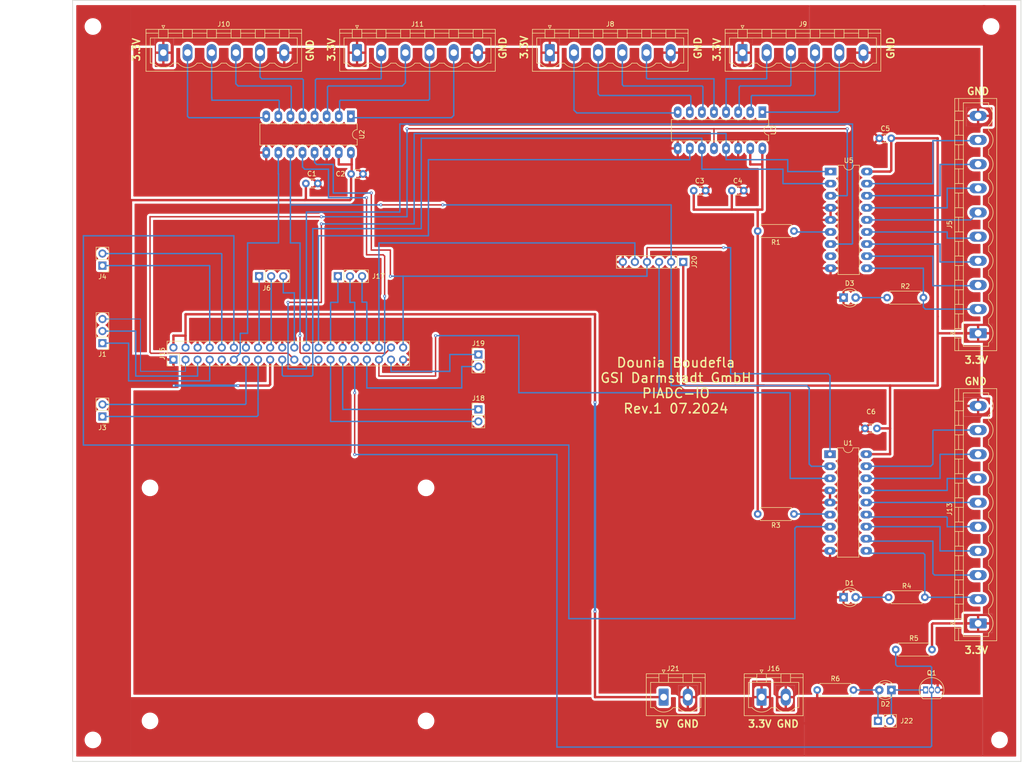
<source format=kicad_pcb>
(kicad_pcb (version 20240108) (generator "pcbnew") (generator_version "8.0")
  (title_block (title "PiADC-IO") (rev "1") (company "GSI") (comment 1 "Dounia Boudefla"))
  (layers (0 "F.Cu" signal) (31 "B.Cu" signal) (34 "B.Paste" user) (35 "F.Paste" user) (36 "B.SilkS" user "B.Silkscreen") (37 "F.SilkS" user "F.Silkscreen") (38 "B.Mask" user) (39 "F.Mask" user) (44 "Edge.Cuts" user))
  (net 0 "")
  (net 1 "Net-(U1-~RESET)")
  (net 2 "+3.3V")
  (net 3 "Net-(U5-~RESET)")
  (net 4 "Net-(J15-Pin_31)")
  (net 5 "GND")
  (net 6 "/MOSI 0")
  (net 7 "/MISO 0")
  (net 8 "/SCLK 0")
  (net 10 "/CS 0_0")
  (net 11 "/MISO 1")
  (net 12 "Net-(J13-Pin_3)")
  (net 13 "/MOSI 1")
  (net 14 "unconnected-(U1-INT-Pad8)")
  (net 15 "Net-(J13-Pin_5)")
  (net 16 "Net-(J13-Pin_2)")
  (net 17 "Net-(J13-Pin_7)")
  (net 18 "Net-(J13-Pin_4)")
  (net 19 "/SCLK 1")
  (net 20 "Net-(J13-Pin_6)")
  (net 21 "Net-(J11-Pin_3)")
  (net 22 "Net-(J11-Pin_4)")
  (net 23 "Net-(J10-Pin_2)")
  (net 24 "Net-(J10-Pin_4)")
  (net 25 "Net-(J11-Pin_2)")
  (net 26 "/CS 1_1")
  (net 27 "Net-(J10-Pin_5)")
  (net 28 "Net-(J11-Pin_5)")
  (net 29 "Net-(J10-Pin_3)")
  (net 30 "Net-(J8-Pin_2)")
  (net 31 "/CS 0_1")
  (net 32 "Net-(J8-Pin_3)")
  (net 33 "Net-(J8-Pin_5)")
  (net 34 "Net-(J9-Pin_2)")
  (net 35 "Net-(J9-Pin_5)")
  (net 36 "Net-(J9-Pin_4)")
  (net 37 "Net-(J8-Pin_4)")
  (net 38 "Net-(J9-Pin_3)")
  (net 39 "Net-(J1-Pin_3)")
  (net 40 "Net-(J1-Pin_1)")
  (net 41 "Net-(J1-Pin_2)")
  (net 42 "Net-(J15-Pin_15)")
  (net 43 "Net-(J15-Pin_13)")
  (net 44 "Net-(J15-Pin_8)")
  (net 45 "Net-(J15-Pin_10)")
  (net 46 "Net-(J15-Pin_22)")
  (net 47 "Net-(J15-Pin_18)")
  (net 48 "Net-(J15-Pin_16)")
  (net 49 "Net-(J15-Pin_29)")
  (net 50 "Net-(J15-Pin_32)")
  (net 51 "Net-(J15-Pin_27)")
  (net 52 "Net-(J15-Pin_33)")
  (net 53 "+5V")
  (net 54 "Net-(J15-Pin_34)")
  (net 55 "Net-(J15-Pin_28)")
  (net 56 "Net-(J15-Pin_37)")
  (net 57 "Net-(J13-Pin_8)")
  (net 58 "Net-(D2-K)")
  (net 59 "Net-(D2-A)")
  (net 60 "/CS 1_0")
  (net 61 "/CS 1_2")
  (net 62 "Net-(D1-A)")
  (net 63 "Net-(D3-A)")
  (net 64 "Net-(J5-Pin_2)")
  (net 65 "Net-(J13-Pin_9)")
  (net 66 "Net-(J5-Pin_8)")
  (net 67 "Net-(J5-Pin_4)")
  (net 68 "Net-(J5-Pin_5)")
  (net 69 "Net-(J5-Pin_3)")
  (net 70 "Net-(J5-Pin_7)")
  (net 71 "Net-(J5-Pin_6)")
  (net 72 "Net-(J5-Pin_9)")
  (footprint "Capacitor_THT:C_Disc_D3.0mm_W1.6mm_P2.50mm" (layer "F.Cu") (at 79.75 52.5)
    (property "Reference" "C1")
    (property "Value" "10nF")
  )
  (footprint "Connector_PinHeader_2.54mm:PinHeader_1x02_P2.54mm_Vertical" (layer "F.Cu") (at 199.96 165.5 90)
    (property "Reference" "J22")
    (property "Value" "Conn_01x02")
  )
  (footprint "Connector_PinHeader_2.54mm:PinHeader_1x03_P2.54mm_Vertical" (layer "F.Cu") (at 37 86.08 180)
    (property "Reference" "J1")
    (property "Value" "Conn_01x03")
  )
  (footprint "Resistor_THT:R_Axial_DIN0207_L6.3mm_D2.5mm_P7.62mm_Horizontal" (layer "F.Cu") (at 203.69 150.5)
    (property "Reference" "R5")
    (property "Value" "4.7K")
  )
  (footprint "Connector_Phoenix_MSTB:PhoenixContact_MSTBVA_2,5_2-G-5,08_1x02_P5.08mm_Vertical" (layer "F.Cu") (at 154.92 160.5)
    (property "Reference" "J21")
    (property "Value" "5V ")
  )
  (footprint "Connector_Phoenix_MSTB:PhoenixContact_MSTBVA_2,5_10-G-5,08_1x10_P5.08mm_Vertical" (layer "F.Cu") (at 221 84 90)
    (property "Reference" "J5")
    (property "Value" "Conn_01x10")
  )
  (footprint "Connector_Phoenix_MSTB:PhoenixContact_MSTBVA_2,5_6-G-5,08_1x06_P5.08mm_Vertical" (layer "F.Cu") (at 131 25)
    (property "Reference" "J8")
    (property "Value" "Conn_01x06")
  )
  (footprint "Connector_PinHeader_2.54mm:PinHeader_1x02_P2.54mm_Vertical" (layer "F.Cu") (at 116 88.46)
    (property "Reference" "J19")
    (property "Value" "Conn_01x02")
  )
  (footprint "Connector_Phoenix_MSTB:PhoenixContact_MSTBVA_2,5_6-G-5,08_1x06_P5.08mm_Vertical" (layer "F.Cu") (at 90.5 25)
    (property "Reference" "J11")
    (property "Value" "Conn_01x06")
  )
  (footprint "MountingHole:MountingHole_3mm" (layer "F.Cu") (at 225.5 169.5)
    (property "Reference" "H4" (hide yes))
    (property "Value" "MountingHole")
  )
  (footprint "Capacitor_THT:C_Disc_D3.0mm_W1.6mm_P2.50mm" (layer "F.Cu") (at 197.25 104)
    (property "Reference" "C6")
    (property "Value" "100nF")
  )
  (footprint "Connector_PinHeader_2.54mm:PinHeader_1x03_P2.54mm_Vertical" (layer "F.Cu") (at 69.92 72 90)
    (property "Reference" "J6")
    (property "Value" "Conn_01x03")
  )
  (footprint "PiADC-IO:raspberrypi_NOCONNECTOR" (layer "F.Cu") (at 76 116.5)
    (property "Reference" "J2")
    (property "Value" "Raspberry_Pi_2_3")
  )
  (footprint "Resistor_THT:R_Axial_DIN0207_L6.3mm_D2.5mm_P7.62mm_Horizontal" (layer "F.Cu") (at 202.19 139.5)
    (property "Reference" "R4")
    (property "Value" "470R")
  )
  (footprint "MountingHole:MountingHole_3mm" (layer "F.Cu") (at 35 19.5)
    (property "Reference" "H2" (hide yes))
    (property "Value" "MountingHole")
  )
  (footprint "Resistor_THT:R_Axial_DIN0207_L6.3mm_D2.5mm_P7.62mm_Horizontal" (layer "F.Cu") (at 182.31 62.5 180)
    (property "Reference" "R1")
    (property "Value" "4.7K")
  )
  (footprint "Connector_PinHeader_2.54mm:PinHeader_1x02_P2.54mm_Vertical" (layer "F.Cu") (at 37 101.5 180)
    (property "Reference" "J3")
    (property "Value" "Conn_01x02")
  )
  (footprint "Connector_Phoenix_MSTB:PhoenixContact_MSTBVA_2,5_2-G-5,08_1x02_P5.08mm_Vertical" (layer "F.Cu") (at 175.5 160.5)
    (property "Reference" "J16")
    (property "Value" "Raspberry Pi USB Power")
  )
  (footprint "Connector_PinHeader_2.54mm:PinHeader_1x02_P2.54mm_Vertical" (layer "F.Cu") (at 116 100)
    (property "Reference" "J18")
    (property "Value" "Conn_01x02")
  )
  (footprint "Connector_PinHeader_2.54mm:PinHeader_1x03_P2.54mm_Vertical" (layer "F.Cu") (at 86.475 72 90)
    (property "Reference" "J17")
    (property "Value" "Conn_01x03")
  )
  (footprint "Package_DIP:DIP-16_W7.62mm_LongPads" (layer "F.Cu") (at 175.66 37.5 -90)
    (property "Reference" "U3")
    (property "Value" "MCP3208-ADC")
  )
  (footprint "Connector_Phoenix_MSTB:PhoenixContact_MSTBVA_2,5_6-G-5,08_1x06_P5.08mm_Vertical" (layer "F.Cu") (at 49.8 25)
    (property "Reference" "J10")
    (property "Value" "Conn_01x06")
  )
  (footprint "Connector_Phoenix_MSTB:PhoenixContact_MSTBVA_2,5_6-G-5,08_1x06_P5.08mm_Vertical" (layer "F.Cu") (at 171.5 25)
    (property "Reference" "J9")
    (property "Value" "Conn_01x06")
  )
  (footprint "Package_DIP:DIP-18_W7.62mm_LongPads" (layer "F.Cu") (at 189.88 109.42)
    (property "Reference" "U1")
    (property "Value" "MCP23S08-I/O Expander")
  )
  (footprint "Capacitor_THT:C_Disc_D3.0mm_W1.6mm_P2.50mm" (layer "F.Cu") (at 89.25 50.5)
    (property "Reference" "C2")
    (property "Value" "100nF")
  )
  (footprint "Connector_PinHeader_2.54mm:PinHeader_1x06_P2.54mm_Vertical" (layer "F.Cu") (at 159.04 69 -90)
    (property "Reference" "J20")
    (property "Value" "Conn_01x06")
  )
  (footprint "MountingHole:MountingHole_3mm" (layer "F.Cu") (at 35 169.5)
    (property "Reference" "H3" (hide yes))
    (property "Value" "MountingHole")
  )
  (footprint "Connector_PinHeader_2.54mm:PinHeader_1x02_P2.54mm_Vertical" (layer "F.Cu") (at 37 69.775 180)
    (property "Reference" "J4")
    (property "Value" "Conn_01x02")
  )
  (footprint "Connector_Phoenix_MSTB:PhoenixContact_MSTBVA_2,5_10-G-5,08_1x10_P5.08mm_Vertical" (layer "F.Cu") (at 221 145 90)
    (property "Reference" "J13")
    (property "Value" "Conn_01x10")
  )
  (footprint "Resistor_THT:R_Axial_DIN0207_L6.3mm_D2.5mm_P7.62mm_Horizontal" (layer "F.Cu") (at 201.88 76.5)
    (property "Reference" "R2")
    (property "Value" "470R")
  )
  (footprint "Connector_PinHeader_2.54mm:PinHeader_2x20_P2.54mm_Vertical" (layer "F.Cu") (at 51.92 89.54 90)
    (property "Reference" "J15")
    (property "Value" "RPI conn")
  )
  (footprint "Capacitor_THT:C_Disc_D3.0mm_W1.6mm_P2.50mm" (layer "F.Cu") (at 161.25 54)
    (property "Reference" "C3")
    (property "Value" "10nF")
  )
  (footprint "MountingHole:MountingHole_3mm" (layer "F.Cu") (at 223.725 19.5)
    (property "Reference" "H1" (hide yes))
    (property "Value" "MountingHole")
  )
  (footprint "Capacitor_THT:C_Disc_D3.0mm_W1.6mm_P2.50mm" (layer "F.Cu") (at 200.25 43)
    (property "Reference" "C5")
    (property "Value" "100nF")
  )
  (footprint "Resistor_THT:R_Axial_DIN0207_L6.3mm_D2.5mm_P7.62mm_Horizontal" (layer "F.Cu") (at 187.19 159)
    (property "Reference" "R6")
    (property "Value" "470R")
  )
  (footprint "LED_THT:LED_D3.0mm" (layer "F.Cu") (at 192.725 139.5)
    (property "Reference" "D1")
    (property "Value" "LED Red")
  )
  (footprint "LED_THT:LED_D3.0mm" (layer "F.Cu") (at 202.775 159 180)
    (property "Reference" "D2")
    (property "Value" "LED Red")
  )
  (footprint "Package_DIP:DIP-18_W7.62mm_LongPads" (layer "F.Cu") (at 190 50)
    (property "Reference" "U5")
    (property "Value" "MCP23S08-I/O Expander")
  )
  (footprint "Package_DIP:DIP-16_W7.62mm_LongPads" (layer "F.Cu") (at 89.2 38.38 -90)
    (property "Reference" "U2")
    (property "Value" "MCP3208-ADC")
  )
  (footprint "Capacitor_THT:C_Disc_D3.0mm_W1.6mm_P2.50mm" (layer "F.Cu") (at 169.25 54)
    (property "Reference" "C4")
    (property "Value" "100nF")
  )
  (footprint "Package_TO_SOT_THT:TO-92_Inline" (layer "F.Cu") (at 209.96 159)
    (property "Reference" "Q1")
    (property "Value" "BS170")
  )
  (footprint "LED_THT:LED_D3.0mm" (layer "F.Cu") (at 192.725 76.5)
    (property "Reference" "D3")
    (property "Value" "LED Red")
  )
  (footprint "Resistor_THT:R_Axial_DIN0207_L6.3mm_D2.5mm_P7.62mm_Horizontal" (layer "F.Cu") (at 182.31 122 180)
    (property "Reference" "R3")
    (property "Value" "4.7K")
  )
  (gr_line (start 30.737 14) (end 30.737 174.02) (stroke (width 0.15)) (layer "Edge.Cuts"))
  (gr_line (start 230 14) (end 30.737 14) (stroke (width 0.15)) (layer "Edge.Cuts"))
  (gr_line (start 230 174.02) (end 230 14) (stroke (width 0.15)) (layer "Edge.Cuts"))
  (gr_line (start 30.737 174.02) (end 230 174.02) (stroke (width 0.15)) (layer "Edge.Cuts"))
  (gr_text "3.3V\n" (at 218 151.5 0) (layer "F.SilkS") (effects (font (size 1.5 1.5) (thickness 0.3) (bold yes)) (justify left bottom)))
  (gr_text "5V\n" (at 153 167 0) (layer "F.SilkS") (effects (font (size 1.5 1.5) (thickness 0.3) (bold yes)) (justify left bottom)))
  (gr_text "GND" (at 122 26.5 90) (layer "F.SilkS") (effects (font (size 1.5 1.5) (thickness 0.3) (bold yes)) (justify left bottom)))
  (gr_text "GND" (at 81.5 27 90) (layer "F.SilkS") (effects (font (size 1.5 1.5) (thickness 0.3) (bold yes)) (justify left bottom)))
  (gr_text "3.3V\n" (at 45 27 90) (layer "F.SilkS") (effects (font (size 1.5 1.5) (thickness 0.3) (bold yes)) (justify left bottom)))
  (gr_text "GND" (at 218.5 34 0) (layer "F.SilkS") (effects (font (size 1.5 1.5) (thickness 0.3) (bold yes)) (justify left bottom)))
  (gr_text "GND" (at 218 95 0) (layer "F.SilkS") (effects (font (size 1.5 1.5) (thickness 0.3) (bold yes)) (justify left bottom)))
  (gr_text "3.3V\n" (at 86 27 90) (layer "F.SilkS") (effects (font (size 1.5 1.5) (thickness 0.3) (bold yes)) (justify left bottom)))
  (gr_text "3.3V\n" (at 172.5 167 0) (layer "F.SilkS") (effects (font (size 1.5 1.5) (thickness 0.3) (bold yes)) (justify left bottom)))
  (gr_text "Dounia Boudefla\nGSI Darmstadt GmbH\nPIADC-IO\nRev.1 07.2024\n" (at 157.5 95 0) (layer "F.SilkS") (effects (font (size 2 2) (thickness 0.3))))
  (gr_text "3.3V\n" (at 218 90.5 0) (layer "F.SilkS") (effects (font (size 1.5 1.5) (thickness 0.3) (bold yes)) (justify left bottom)))
  (gr_text "3.3V\n" (at 167 27 90) (layer "F.SilkS") (effects (font (size 1.5 1.5) (thickness 0.3) (bold yes)) (justify left bottom)))
  (gr_text "GND" (at 163 26.5 90) (layer "F.SilkS") (effects (font (size 1.5 1.5) (thickness 0.3) (bold yes)) (justify left bottom)))
  (gr_text "3.3V\n" (at 126.5 26.5 90) (layer "F.SilkS") (effects (font (size 1.5 1.5) (thickness 0.3) (bold yes)) (justify left bottom)))
  (gr_text "GND" (at 157.5 167 0) (layer "F.SilkS") (effects (font (size 1.5 1.5) (thickness 0.3) (bold yes)) (justify left bottom)))
  (gr_text "GND" (at 178.5 167 0) (layer "F.SilkS") (effects (font (size 1.5 1.5) (thickness 0.3) (bold yes)) (justify left bottom)))
  (gr_text "GND" (at 203.5 26.5 90) (layer "F.SilkS") (effects (font (size 1.5 1.5) (thickness 0.3) (bold yes)) (justify left bottom)))
  (segment (start 182.31 122) (end 189.76 122) (width 0.3) (layer "B.Cu") (net 1))
  (segment (start 189.76 122) (end 189.88 122.12) (width 0.3) (layer "B.Cu") (net 1))
  (segment (start 211.5 145) (end 221 145) (width 0.5) (layer "F.Cu") (net 2))
  (segment (start 169.25 54) (end 169.25 58) (width 0.5) (layer "F.Cu") (net 2))
  (segment (start 173.12 45.12) (end 173.12 48.5) (width 0.5) (layer "F.Cu") (net 2))
  (segment (start 161.25 54) (end 161.25 58) (width 0.5) (layer "F.Cu") (net 2))
  (segment (start 175.66 49) (end 175.66 58) (width 0.5) (layer "F.Cu") (net 2))
  (segment (start 212.5 43) (end 212.5 80.5) (width 0.5) (layer "F.Cu") (net 2))
  (segment (start 174.69 58.19) (end 174.5 58) (width 0.5) (layer "F.Cu") (net 2))
  (segment (start 175.66 48.5) (end 175.66 49) (width 0.5) (layer "F.Cu") (net 2))
  (segment (start 89.375 50.375) (end 89.25 50.5) (width 0.5) (layer "F.Cu") (net 2))
  (segment (start 89.375 48.5) (end 89.375 50.375) (width 0.5) (layer "F.Cu") (net 2))
  (segment (start 211.31 145.19) (end 211.5 145) (width 0.5) (layer "F.Cu") (net 2))
  (segment (start 202.5 95) (end 212.5 95) (width 0.5) (layer "F.Cu") (net 2))
  (segment (start 174.69 62.5) (end 174.69 122) (width 0.5) (layer "F.Cu") (net 2))
  (segment (start 202.5 50) (end 202.75 49.75) (width 0.5) (layer "F.Cu") (net 2))
  (segment (start 187.19 159) (end 187.19 165.81) (width 0.5) (layer "F.Cu") (net 2))
  (segment (start 79.5 56) (end 43 56) (width 0.5) (layer "F.Cu") (net 2))
  (segment (start 170 95) (end 176 95) (width 0.5) (layer "F.Cu") (net 2))
  (segment (start 169.25 58) (end 161.25 58) (width 0.5) (layer "F.Cu") (net 2))
  (segment (start 175.5 166) (end 175.5 160.5) (width 0.5) (layer "F.Cu") (net 2))
  (segment (start 43 56) (end 43 89.54) (width 0.5) (layer "F.Cu") (net 2))
  (segment (start 212.5 84) (end 221 84) (width 0.5) (layer "F.Cu") (net 2))
  (segment (start 43 89.54) (end 51.92 89.54) (width 0.5) (layer "F.Cu") (net 2))
  (segment (start 89.25 50.5) (end 89.25 55.75) (width 0.5) (layer "F.Cu") (net 2))
  (segment (start 174.69 62.5) (end 174.69 58.19) (width 0.5) (layer "F.Cu") (net 2))
  (segment (start 197.5 109.42) (end 202.5 109.42) (width 0.5) (layer "F.Cu") (net 2))
  (segment (start 174.69 122) (end 175 121.69) (width 0.5) (layer "F.Cu") (net 2))
  (segment (start 51.92 94.92) (end 51.92 89.54) (width 0.5) (layer "F.Cu") (net 2))
  (segment (start 211.31 150.5) (end 211.31 145.19) (width 0.5) (layer "F.Cu") (net 2))
  (segment (start 79.75 52.5) (end 79.75 55.75) (width 0.5) (layer "F.Cu") (net 2))
  (segment (start 89.375 46.295) (end 89.375 48.5) (width 0.5) (layer "F.Cu") (net 2))
  (segment (start 175.66 48.5) (end 173.12 48.5) (width 0.5) (layer "F.Cu") (net 2))
  (segment (start 176 95) (end 202.5 95) (width 0.5) (layer "F.Cu") (net 2))
  (segment (start 176 95) (end 174.69 95) (width 0.5) (layer "F.Cu") (net 2))
  (segment (start 72.24 94.76) (end 72 95) (width 0.5) (layer "F.Cu") (net 2))
  (segment (start 187 166) (end 175.5 166) (width 0.5) (layer "F.Cu") (net 2))
  (segment (start 86.66 48.5) (end 89.375 48.5) (width 0.5) (layer "F.Cu") (net 2))
  (segment (start 212.5 80.5) (end 212.5 95) (width 0.5) (layer "F.Cu") (net 2))
  (segment (start 202.75 49.75) (end 202.75 43) (width 0.5) (layer "F.Cu") (net 2))
  (segment (start 197.62 50) (end 202.5 50) (width 0.5) (layer "F.Cu") (net 2))
  (segment (start 202.5 109.42) (end 202.5 95) (width 0.5) (layer "F.Cu") (net 2))
  (segment (start 202.75 43) (end 212.5 43) (width 0.5) (layer "F.Cu") (net 2))
  (segment (start 79.75 55.75) (end 79.5 56) (width 0.5) (layer "F.Cu") (net 2))
  (segment (start 159.04 94.54) (end 159.5 95) (width 0.5) (layer "F.Cu") (net 2))
  (segment (start 89.25 55.75) (end 89 56) (width 0.5) (layer "F.Cu") (net 2))
  (segment (start 159.04 69) (end 159.04 94.54) (width 0.5) (layer "F.Cu") (net 2))
  (segment (start 89 56) (end 79.5 56) (width 0.5) (layer "F.Cu") (net 2))
  (segment (start 170 58) (end 169.25 58) (width 0.5) (layer "F.Cu") (net 2))
  (segment (start 72.24 89.54) (end 72.24 94.76) (width 0.5) (layer "F.Cu") (net 2))
  (segment (start 199.75 104) (end 202.5 104) (width 0.5) (layer "F.Cu") (net 2))
  (segment (start 170 58) (end 174.5 58) (width 0.5) (layer "F.Cu") (net 2))
  (segment (start 175.66 45.12) (end 175.66 48.5) (width 0.5) (layer "F.Cu") (net 2))
  (segment (start 52 95) (end 51.92 94.92) (width 0.5) (layer "F.Cu") (net 2))
  (segment (start 72 95) (end 65.5 95) (width 0.5) (layer "F.Cu") (net 2))
  (segment (start 187.19 165.81) (end 187 166) (width 0.5) (layer "F.Cu") (net 2))
  (segment (start 174.5 58) (end 175.66 58) (width 0.5) (layer "F.Cu") (net 2))
  (segment (start 86.66 46) (end 86.66 48.5) (width 0.5) (layer "F.Cu") (net 2))
  (segment (start 159.5 95) (end 170 95) (width 0.5) (layer "F.Cu") (net 2))
  (via (at 65.5 95) (size 0.6) (drill 0.3) (layers "F.Cu" "B.Cu") (net 2))
  (via (at 52 95) (size 0.6) (drill 0.3) (layers "F.Cu" "B.Cu") (net 2))
  (segment (start 65.5 95) (end 52 95) (width 0.5) (layer "B.Cu") (net 2))
  (segment (start 190 62.7) (end 182.51 62.7) (width 0.3) (layer "B.Cu") (net 3))
  (segment (start 182.51 62.7) (end 182.31 62.5) (width 0.3) (layer "B.Cu") (net 3))
  (segment (start 90 109.5) (end 90 96.5) (width 0.3) (layer "F.Cu") (net 4))
  (via (at 90 109.5) (size 0.6) (drill 0.3) (layers "F.Cu" "B.Cu") (net 4))
  (via (at 90 96.5) (size 0.6) (drill 0.3) (layers "F.Cu" "B.Cu") (net 4))
  (segment (start 132.5 171) (end 132.5 109.5) (width 0.3) (layer "B.Cu") (net 4))
  (segment (start 132.5 109.5) (end 90 109.5) (width 0.3) (layer "B.Cu") (net 4))
  (segment (start 211 171) (end 132.5 171) (width 0.3) (layer "B.Cu") (net 4))
  (segment (start 204 154) (end 211 154) (width 0.3) (layer "B.Cu") (net 4))
  (segment (start 211.23 170.77) (end 211 171) (width 0.3) (layer "B.Cu") (net 4))
  (segment (start 211 154) (end 211.23 154.23) (width 0.3) (layer "B.Cu") (net 4))
  (segment (start 90 96.5) (end 90.02 96.48) (width 0.3) (layer "B.Cu") (net 4))
  (segment (start 90.02 96.48) (end 90.02 89.54) (width 0.3) (layer "B.Cu") (net 4))
  (segment (start 203.69 150.5) (end 203.69 153.69) (width 0.3) (layer "B.Cu") (net 4))
  (segment (start 211.23 159) (end 211.23 170.77) (width 0.3) (layer "B.Cu") (net 4))
  (segment (start 203.69 153.69) (end 204 154) (width 0.3) (layer "B.Cu") (net 4))
  (segment (start 211.23 154.23) (end 211.23 159) (width 0.3) (layer "B.Cu") (net 4))
  (segment (start 162.96 43) (end 104 43) (width 0.3) (layer "B.Cu") (net 6))
  (segment (start 104 43) (end 104 62) (width 0.3) (layer "B.Cu") (net 6))
  (segment (start 75 93) (end 74.78 92.78) (width 0.3) (layer "B.Cu") (net 6))
  (segment (start 180 49.5) (end 163 49.5) (width 0.3) (layer "B.Cu") (net 6))
  (segment (start 81 93) (end 75 93) (width 0.3) (layer "B.Cu") (net 6))
  (segment (start 81.2 92.8) (end 81 93) (width 0.3) (layer "B.Cu") (net 6))
  (segment (start 180 52.5) (end 180 49.5) (width 0.3) (layer "B.Cu") (net 6))
  (segment (start 190 52.54) (end 180.04 52.54) (width 0.3) (layer "B.Cu") (net 6))
  (segment (start 180.04 52.54) (end 180 52.5) (width 0.3) (layer "B.Cu") (net 6))
  (segment (start 162.96 45.12) (end 162.96 43) (width 0.3) (layer "B.Cu") (net 6))
  (segment (start 81.2 62) (end 81.2 92.8) (width 0.3) (layer "B.Cu") (net 6))
  (segment (start 74.78 92.78) (end 74.78 89.54) (width 0.3) (layer "B.Cu") (net 6))
  (segment (start 163 49.5) (end 162.96 49.46) (width 0.3) (layer "B.Cu") (net 6))
  (segment (start 104 62) (end 81.2 62) (width 0.3) (layer "B.Cu") (net 6))
  (segment (start 162.96 49.46) (end 162.96 45.12) (width 0.3) (layer "B.Cu") (net 6))
  (segment (start 165.5 41) (end 101 41) (width 0.3) (layer "F.Cu") (net 7))
  (segment (start 76 88.22) (end 76 88.2) (width 0.3) (layer "F.Cu") (net 7))
  (segment (start 83 59.5) (end 47 59.5) (width 0.3) (layer "F.Cu") (net 7))
  (segment (start 165.5 41) (end 165.5 45.12) (width 0.3) (layer "F.Cu") (net 7))
  (segment (start 47 88) (end 47.2 88.2) (width 0.3) (layer "F.Cu") (net 7))
  (segment (start 77.5 89.36) (end 77.32 89.54) (width 0.3) (layer "F.Cu") (net 7))
  (segment (start 47.2 88.2) (end 76 88.2) (width 0.3) (layer "F.Cu") (net 7))
  (segment (start 165.5 41) (end 193.5 41) (width 0.3) (layer "F.Cu") (net 7))
  (segment (start 77.32 89.54) (end 76 88.22) (width 0.3) (layer "F.Cu") (net 7))
  (segment (start 47 59.5) (end 47 88) (width 0.3) (layer "F.Cu") (net 7))
  (via (at 83 59.5) (size 0.6) (drill 0.3) (layers "F.Cu" "B.Cu") (net 7))
  (via (at 193.5 41) (size 0.6) (drill 0.3) (layers "F.Cu" "B.Cu") (net 7))
  (via (at 101 41) (size 0.6) (drill 0.3) (layers "F.Cu" "B.Cu") (net 7))
  (segment (start 101 59.5) (end 83 59.5) (width 0.3) (layer "B.Cu") (net 7))
  (segment (start 101 41) (end 101 59.5) (width 0.3) (layer "B.Cu") (net 7))
  (segment (start 193.42 55.08) (end 190 55.08) (width 0.3) (layer "B.Cu") (net 7))
  (segment (start 193.5 55) (end 193.42 55.08) (width 0.3) (layer "B.Cu") (net 7))
  (segment (start 193.5 41) (end 193.5 55) (width 0.3) (layer "B.Cu") (net 7))
  (segment (start 83 61) (end 83 77.5) (width 0.3) (layer "F.Cu") (net 8))
  (segment (start 83 77.5) (end 76 77.5) (width 0.3) (layer "F.Cu") (net 8))
  (via (at 76 77.5) (size 0.6) (drill 0.3) (layers "F.Cu" "B.Cu") (net 8))
  (via (at 83 61) (size 0.6) (drill 0.3) (layers "F.Cu" "B.Cu") (net 8))
  (segment (start 168 42) (end 168.04 42.04) (width 0.3) (layer "B.Cu") (net 8))
  (segment (start 190 50) (end 181 50) (width 0.3) (layer "B.Cu") (net 8))
  (segment (start 168.04 45.12) (end 168.04 47.5) (width 0.3) (layer "B.Cu") (net 8))
  (segment (start 80 89.4) (end 79.86 89.54) (width 0.3) (layer "B.Cu") (net 8))
  (segment (start 76 91.5) (end 79.86 91.5) (width 0.3) (layer "B.Cu") (net 8))
  (segment (start 79.86 89.54) (end 79.86 91.5) (width 0.3) (layer "B.Cu") (net 8))
  (segment (start 181 50) (end 181 47.5) (width 0.3) (layer "B.Cu") (net 8))
  (segment (start 83 61) (end 102.5 61) (width 0.3) (layer "B.Cu") (net 8))
  (segment (start 181 47.5) (end 168.04 47.5) (width 0.3) (layer "B.Cu") (net 8))
  (segment (start 102.5 42) (end 168 42) (width 0.3) (layer "B.Cu") (net 8))
  (segment (start 168.04 42.04) (end 168.04 45.12) (width 0.3) (layer "B.Cu") (net 8))
  (segment (start 76 77.5) (end 76 91.5) (width 0.3) (layer "B.Cu") (net 8))
  (segment (start 102.5 61) (end 102.5 42) (width 0.3) (layer "B.Cu") (net 8))
  (segment (start 194.6 65.14) (end 194.6 40) (width 0.3) (layer "B.Cu") (net 10))
  (segment (start 79.86 87) (end 79.86 58.5) (width 0.3) (layer "B.Cu") (net 10))
  (segment (start 79.86 58.5) (end 99.5 58.5) (width 0.3) (layer "B.Cu") (net 10))
  (segment (start 99.5 58.5) (end 99.5 40) (width 0.3) (layer "B.Cu") (net 10))
  (segment (start 194.5 65.24) (end 194.6 65.14) (width 0.3) (layer "B.Cu") (net 10))
  (segment (start 190 65.24) (end 194.5 65.24) (width 0.3) (layer "B.Cu") (net 10))
  (segment (start 99.5 40) (end 194.6 40) (width 0.3) (layer "B.Cu") (net 10))
  (segment (start 107 84.5) (end 107 93) (width 0.3) (layer "F.Cu") (net 11))
  (segment (start 96.3 67.8) (end 96.3 76.2) (width 0.3) (layer "F.Cu") (net 11))
  (segment (start 96 67.5) (end 92.5 67.5) (width 0.3) (layer "F.Cu") (net 11))
  (segment (start 92.5 67.5) (end 92.5 55.5) (width 0.3) (layer "F.Cu") (net 11))
  (segment (start 96 67.5) (end 96.3 67.8) (width 0.3) (layer "F.Cu") (net 11))
  (segment (start 107 93) (end 95.1 93) (width 0.3) (layer "F.Cu") (net 11))
  (segment (start 95.1 89.54) (end 95.1 93) (width 0.3) (layer "F.Cu") (net 11))
  (via (at 92.5 55.5) (size 0.6) (drill 0.3) (layers "F.Cu" "B.Cu") (net 11))
  (via (at 107 84.5) (size 0.6) (drill 0.3) (layers "F.Cu" "B.Cu") (net 11))
  (via (at 96.3 76.2) (size 0.6) (drill 0.3) (layers "F.Cu" "B.Cu") (net 11))
  (segment (start 96.3 76.2) (end 96.3 88.34) (width 0.3) (layer "B.Cu") (net 11))
  (segment (start 124.5 96.5) (end 124.5 84.5) (width 0.3) (layer "B.Cu") (net 11))
  (segment (start 153.96 96.5) (end 181.5 96.5) (width 0.3) (layer "B.Cu") (net 11))
  (segment (start 79.04 46) (end 79.04 49.04) (width 0.3) (layer "B.Cu") (net 11))
  (segment (start 96.3 88.34) (end 95.1 89.54) (width 0.3) (layer "B.Cu") (net 11))
  (segment (start 181.5 96.5) (end 181.5 114.5) (width 0.3) (layer "B.Cu") (net 11))
  (segment (start 153.96 96.5) (end 124.5 96.5) (width 0.3) (layer "B.Cu") (net 11))
  (segment (start 181.5 114.5) (end 189.88 114.5) (width 0.3) (layer "B.Cu") (net 11))
  (segment (start 79.04 49.04) (end 79.5 49.5) (width 0.3) (layer "B.Cu") (net 11))
  (segment (start 153.96 69) (end 153.96 96.5) (width 0.3) (layer "B.Cu") (net 11))
  (segment (start 79.5 49.5) (end 84.5 49.5) (width 0.3) (layer "B.Cu") (net 11))
  (segment (start 84.5 55.5) (end 92.5 55.5) (width 0.3) (layer "B.Cu") (net 11))
  (segment (start 124.5 84.5) (end 107 84.5) (width 0.3) (layer "B.Cu") (net 11))
  (segment (start 84.5 49.5) (end 84.5 55.5) (width 0.3) (layer "B.Cu") (net 11))
  (segment (start 211.5 134.5) (end 211.84 134.84) (width 0.3) (layer "B.Cu") (net 12))
  (segment (start 211.84 134.84) (end 221 134.84) (width 0.3) (layer "B.Cu") (net 12))
  (segment (start 197.62 127.7) (end 211.5 127.7) (width 0.3) (layer "B.Cu") (net 12))
  (segment (start 211.5 127.7) (end 211.5 134.5) (width 0.3) (layer "B.Cu") (net 12))
  (segment (start 108.5 57) (end 95.5 57) (width 0.3) (layer "F.Cu") (net 13))
  (segment (start 78.52 88.02) (end 78.52 84.52) (width 0.3) (layer "F.Cu") (net 13))
  (segment (start 78.7 88.2) (end 96.44 88.2) (width 0.3) (layer "F.Cu") (net 13))
  (segment (start 96.44 88.2) (end 97.64 87) (width 0.3) (layer "F.Cu") (net 13))
  (segment (start 78.7 88.2) (end 78.52 88.02) (width 0.3) (layer "F.Cu") (net 13))
  (segment (start 78.52 84.52) (end 78.5 84.5) (width 0.3) (layer "F.Cu") (net 13))
  (via (at 78.5 84.5) (size 0.6) (drill 0.3) (layers "F.Cu" "B.Cu") (net 13))
  (via (at 108.5 57) (size 0.6) (drill 0.3) (layers "F.Cu" "B.Cu") (net 13))
  (via (at 95.5 57) (size 0.6) (drill 0.3) (layers "F.Cu" "B.Cu") (net 13))
  (segment (start 97.5 87.14) (end 97.64 87) (width 0.3) (layer "B.Cu") (net 13))
  (segment (start 108.5 57) (end 156.5 57) (width 0.3) (layer "B.Cu") (net 13))
  (segment (start 78.52 84.48) (end 78.5 84.5) (width 0.3) (layer "B.Cu") (net 13))
  (segment (start 78.52 65) (end 78.52 84.48) (width 0.3) (layer "B.Cu") (net 13))
  (segment (start 185.96 111.96) (end 185.5 111.5) (width 0.3) (layer "B.Cu") (net 13))
  (segment (start 189.88 111.96) (end 185.96 111.96) (width 0.3) (layer "B.Cu") (net 13))
  (segment (start 95.5 57) (end 76.5 57) (width 0.3) (layer "B.Cu") (net 13))
  (segment (start 185.5 95.5) (end 185 95) (width 0.3) (layer "B.Cu") (net 13))
  (segment (start 76.5 65) (end 78.52 65) (width 0.3) (layer "B.Cu") (net 13))
  (segment (start 156.5 69) (end 156.5 95) (width 0.3) (layer "B.Cu") (net 13))
  (segment (start 76.5 46) (end 76.5 57) (width 0.3) (layer "B.Cu") (net 13))
  (segment (start 185.5 111.5) (end 185.5 95.5) (width 0.3) (layer "B.Cu") (net 13))
  (segment (start 76.5 57) (end 76.5 58) (width 0.3) (layer "B.Cu") (net 13))
  (segment (start 76.5 58) (end 76.5 65) (width 0.3) (layer "B.Cu") (net 13))
  (segment (start 78.5 84.5) (end 78.52 84.52) (width 0.3) (layer "B.Cu") (net 13))
  (segment (start 185 95) (end 156.5 95) (width 0.3) (layer "B.Cu") (net 13))
  (segment (start 156.5 57) (end 156.5 69) (width 0.3) (layer "B.Cu") (net 13))
  (segment (start 189.8 127.5) (end 190 127.7) (width 0.3) (layer "B.Cu") (net 14))
  (segment (start 214.5 122.74) (end 214.5 124.68) (width 0.3) (layer "B.Cu") (net 15))
  (segment (start 197.62 122.62) (end 214.38 122.62) (width 0.3) (layer "B.Cu") (net 15))
  (segment (start 220.84 125.16) (end 221 125) (width 0.3) (layer "B.Cu") (net 15))
  (segment (start 214.38 122.62) (end 214.5 122.74) (width 0.3) (layer "B.Cu") (net 15))
  (segment (start 214.5 124.68) (end 221 124.68) (width 0.3) (layer "B.Cu") (net 15))
  (segment (start 209.5 130.24) (end 209.81 130.55) (width 0.3) (layer "B.Cu") (net 16))
  (segment (start 209.81 139.5) (end 220.58 139.5) (width 0.3) (layer "B.Cu") (net 16))
  (segment (start 209.81 130.55) (end 209.81 139.5) (width 0.3) (layer "B.Cu") (net 16))
  (segment (start 220.58 139.5) (end 221 139.92) (width 0.3) (layer "B.Cu") (net 16))
  (segment (start 197.62 130.24) (end 209.5 130.24) (width 0.3) (layer "B.Cu") (net 16))
  (segment (start 221 114.52) (end 214.52 114.52) (width 0.3) (layer "B.Cu") (net 17))
  (segment (start 214.46 117.04) (end 197.5 117.04) (width 0.3) (layer "B.Cu") (net 17))
  (segment (start 214.5 114.54) (end 214.5 117) (width 0.3) (layer "B.Cu") (net 17))
  (segment (start 214.5 117) (end 214.46 117.04) (width 0.3) (layer "B.Cu") (net 17))
  (segment (start 214.52 114.52) (end 214.5 114.54) (width 0.3) (layer "B.Cu") (net 17))
  (segment (start 213 129.76) (end 221 129.76) (width 0.3) (layer "B.Cu") (net 18))
  (segment (start 197.5 124.66) (end 213 124.66) (width 0.3) (layer "B.Cu") (net 18))
  (segment (start 213 124.66) (end 213 129.76) (width 0.3) (layer "B.Cu") (net 18))
  (segment (start 151.42 66.08) (end 151.5 66) (width 0.3) (layer "F.Cu") (net 19))
  (segment (start 93.5 54.5) (end 93.5 66.5) (width 0.3) (layer "F.Cu") (net 19))
  (segment (start 151.42 69) (end 151.42 66.08) (width 0.3) (layer "F.Cu") (net 19))
  (segment (start 93.5 66.5) (end 97.5 66.5) (width 0.3) (layer "F.Cu") (net 19))
  (segment (start 167.5 66) (end 151.5 66) (width 0.3) (layer "F.Cu") (net 19))
  (segment (start 97.5 66.5) (end 97.5 72) (width 0.3) (layer "F.Cu") (net 19))
  (via (at 97.5 72) (size 0.6) (drill 0.3) (layers "F.Cu" "B.Cu") (net 19))
  (via (at 167.5 66) (size 0.6) (drill 0.3) (layers "F.Cu" "B.Cu") (net 19))
  (via (at 93.5 54.5) (size 0.6) (drill 0.3) (layers "F.Cu" "B.Cu") (net 19))
  (segment (start 85.5 48.5) (end 85.5 54.5) (width 0.3) (layer "B.Cu") (net 19))
  (segment (start 85.5 54.5) (end 93.5 54.5) (width 0.3) (layer "B.Cu") (net 19))
  (segment (start 189.88 109.42) (end 189.88 92.88) (width 0.3) (layer "B.Cu") (net 19))
  (segment (start 189.88 92.88) (end 189.5 92.5) (width 0.3) (layer "B.Cu") (net 19))
  (segment (start 100.18 87) (end 100.18 72) (width 0.3) (layer "B.Cu") (net 19))
  (segment (start 82 48.5) (end 85.5 48.5) (width 0.3) (layer "B.Cu") (net 19))
  (segment (start 100.18 72) (end 97.5 72) (width 0.3) (layer "B.Cu") (net 19))
  (segment (start 169 66) (end 167.5 66) (width 0.3) (layer "B.Cu") (net 19))
  (segment (start 81.58 46) (end 81.58 48.08) (width 0.3) (layer "B.Cu") (net 19))
  (segment (start 189.5 92.5) (end 169 92.5) (width 0.3) (layer "B.Cu") (net 19))
  (segment (start 151.42 69) (end 151.42 72) (width 0.3) (layer "B.Cu") (net 19))
  (segment (start 169 66) (end 169 92.5) (width 0.3) (layer "B.Cu") (net 19))
  (segment (start 151.42 72) (end 100.18 72) (width 0.3) (layer "B.Cu") (net 19))
  (segment (start 81.58 48.08) (end 82 48.5) (width 0.3) (layer "B.Cu") (net 19))
  (segment (start 197.5 119.58) (end 220.98 119.58) (width 0.3) (layer "B.Cu") (net 20))
  (segment (start 220.98 119.58) (end 221 119.6) (width 0.3) (layer "B.Cu") (net 20))
  (segment (start 84.5 32) (end 84.295 32.205) (width 0.3) (layer "B.Cu") (net 21))
  (segment (start 84.295 32.205) (end 84.295 38.675) (width 0.3) (layer "B.Cu") (net 21))
  (segment (start 100 32) (end 84.5 32) (width 0.3) (layer "B.Cu") (net 21))
  (segment (start 100 32) (end 100.66 31.34) (width 0.3) (layer "B.Cu") (net 21))
  (segment (start 100.66 31.34) (end 100.66 25) (width 0.3) (layer "B.Cu") (net 21))
  (segment (start 105.5 35) (end 105.74 34.76) (width 0.3) (layer "B.Cu") (net 22))
  (segment (start 105.74 34.76) (end 105.74 25) (width 0.3) (layer "B.Cu") (net 22))
  (segment (start 86.835 35.165) (end 87 35) (width 0.3) (layer "B.Cu") (net 22))
  (segment (start 87 35) (end 105.5 35) (width 0.3) (layer "B.Cu") (net 22))
  (segment (start 86.835 38.675) (end 86.835 35.165) (width 0.3) (layer "B.Cu") (net 22))
  (segment (start 71.595 38.675) (end 55.175 38.675) (width 0.3) (layer "B.Cu") (net 23))
  (segment (start 55.08 25) (end 55 25.08) (width 0.3) (layer "B.Cu") (net 23))
  (segment (start 55.175 38.675) (end 54.88 38.38) (width 0.3) (layer "B.Cu") (net 23))
  (segment (start 54.88 38.38) (end 54.88 25) (width 0.3) (layer "B.Cu") (net 23))
  (segment (start 65.04 31.54) (end 65.5 32) (width 0.3) (layer "B.Cu") (net 24))
  (segment (start 65.24 25) (end 65 25.24) (width 0.3) (layer "B.Cu") (net 24))
  (segment (start 76.675 32.175) (end 76.5 32) (width 0.3) (layer "B.Cu") (net 24))
  (segment (start 76.675 38.675) (end 76.675 32.175) (width 0.3) (layer "B.Cu") (net 24))
  (segment (start 65.04 25) (end 65.04 31.54) (width 0.3) (layer "B.Cu") (net 24))
  (segment (start 76.5 32) (end 65.5 32) (width 0.3) (layer "B.Cu") (net 24))
  (segment (start 95.58 30.42) (end 95.58 25) (width 0.3) (layer "B.Cu") (net 25))
  (segment (start 95.5 30.5) (end 95.58 30.42) (width 0.3) (layer "B.Cu") (net 25))
  (segment (start 82 30.5) (end 95.5 30.5) (width 0.3) (layer "B.Cu") (net 25))
  (segment (start 81.755 30.745) (end 82 30.5) (width 0.3) (layer "B.Cu") (net 25))
  (segment (start 81.755 38.675) (end 81.755 30.745) (width 0.3) (layer "B.Cu") (net 25))
  (segment (start 74 65) (end 74 50.5) (width 0.3) (layer "B.Cu") (net 26))
  (segment (start 74 50.5) (end 73.96 50.46) (width 0.3) (layer "B.Cu") (net 26))
  (segment (start 65.96 88.2) (end 65.96 84.04) (width 0.3) (layer "B.Cu") (net 26))
  (segment (start 64.62 89.54) (end 65.96 88.2) (width 0.3) (layer "B.Cu") (net 26))
  (segment (start 73.96 50.46) (end 73.96 46) (width 0.3) (layer "B.Cu") (net 26))
  (segment (start 67.5 65) (end 74 65) (width 0.3) (layer "B.Cu") (net 26))
  (segment (start 67.5 84) (end 67.5 65) (width 0.3) (layer "B.Cu") (net 26))
  (segment (start 65.96 84.04) (end 66 84) (width 0.3) (layer "B.Cu") (net 26))
  (segment (start 66 84) (end 67.5 84) (width 0.3) (layer "B.Cu") (net 26))
  (segment (start 70.12 25) (end 70.12 30.12) (width 0.3) (layer "B.Cu") (net 27))
  (segment (start 70.5 30.5) (end 79 30.5) (width 0.3) (layer "B.Cu") (net 27))
  (segment (start 79.215 30.715) (end 79 30.5) (width 0.3) (layer "B.Cu") (net 27))
  (segment (start 70.12 30.12) (end 70.5 30.5) (width 0.3) (layer "B.Cu") (net 27))
  (segment (start 79.215 38.675) (end 79.215 30.715) (width 0.3) (layer "B.Cu") (net 27))
  (segment (start 110.82 38.18) (end 110.82 25) (width 0.3) (layer "B.Cu") (net 28))
  (segment (start 110.325 38.675) (end 110.82 38.18) (width 0.3) (layer "B.Cu") (net 28))
  (segment (start 109.5 38.675) (end 110.325 38.675) (width 0.3) (layer "B.Cu") (net 28))
  (segment (start 89.375 38.675) (end 109.5 38.675) (width 0.3) (layer "B.Cu") (net 28))
  (segment (start 74.135 35.135) (end 74.135 38.675) (width 0.3) (layer "B.Cu") (net 29))
  (segment (start 60.16 25) (end 60 25.16) (width 0.3) (layer "B.Cu") (net 29))
  (segment (start 59.96 34.46) (end 59.96 25) (width 0.3) (layer "B.Cu") (net 29))
  (segment (start 74 35) (end 74.135 35.135) (width 0.3) (layer "B.Cu") (net 29))
  (segment (start 60 35) (end 74 35) (width 0.3) (layer "B.Cu") (net 29))
  (segment (start 60 35) (end 60 34.5) (width 0.3) (layer "B.Cu") (net 29))
  (segment (start 60 34.5) (end 59.96 34.46) (width 0.3) (layer "B.Cu") (net 29))
  (segment (start 158.095 37.675) (end 136.675 37.675) (width 0.3) (layer "B.Cu") (net 30))
  (segment (start 136.675 37.675) (end 136.08 37.08) (width 0.3) (layer "B.Cu") (net 30))
  (segment (start 136.08 37.08) (end 136.08 25) (width 0.3) (layer "B.Cu") (net 30))
  (segment (start 105.5 47.5) (end 160.42 47.5) (width 0.3) (layer "B.Cu") (net 31))
  (segment (start 105.5 63.5) (end 82.4 63.5) (width 0.3) (layer "B.Cu") (net 31))
  (segment (start 82.4 63.5) (end 82.4 87) (width 0.3) (layer "B.Cu") (net 31))
  (segment (start 160.42 45.12) (end 160.42 47.5) (width 0.3) (layer "B.Cu") (net 31))
  (segment (start 105.5 47.5) (end 105.5 63.5) (width 0.3) (layer "B.Cu") (net 31))
  (segment (start 160.5 34) (end 141.5 34) (width 0.3) (layer "B.Cu") (net 32))
  (segment (start 160.635 34.135) (end 160.635 37.675) (width 0.3) (layer "B.Cu") (net 32))
  (segment (start 141.5 34) (end 141.16 33.66) (width 0.3) (layer "B.Cu") (net 32))
  (segment (start 141.16 33.66) (end 141.16 25) (width 0.3) (layer "B.Cu") (net 32))
  (segment (start 165.5 30.5) (end 151.5 30.5) (width 0.3) (layer "B.Cu") (net 33))
  (segment (start 165.5 37.5) (end 165.5 30.5) (width 0.3) (layer "B.Cu") (net 33))
  (segment (start 151.5 30.5) (end 151.32 30.32) (width 0.3) (layer "B.Cu") (net 33))
  (segment (start 151.32 30.32) (end 151.32 25) (width 0.3) (layer "B.Cu") (net 33))
  (segment (start 176.5 30.5) (end 168.04 30.5) (width 0.3) (layer "B.Cu") (net 34))
  (segment (start 176.58 30.42) (end 176.58 25) (width 0.3) (layer "B.Cu") (net 34))
  (segment (start 168.04 37.5) (end 168.04 30.5) (width 0.3) (layer "B.Cu") (net 34))
  (segment (start 176.5 30.5) (end 176.58 30.42) (width 0.3) (layer "B.Cu") (net 34))
  (segment (start 191.5 37.5) (end 191.82 37.18) (width 0.3) (layer "B.Cu") (net 35))
  (segment (start 191.82 37.18) (end 191.82 25) (width 0.3) (layer "B.Cu") (net 35))
  (segment (start 175.66 37.5) (end 191.5 37.5) (width 0.3) (layer "B.Cu") (net 35))
  (segment (start 173.335 34.165) (end 173.5 34) (width 0.3) (layer "B.Cu") (net 36))
  (segment (start 186.5 34) (end 186.74 33.76) (width 0.3) (layer "B.Cu") (net 36))
  (segment (start 173.335 37.675) (end 173.335 34.165) (width 0.3) (layer "B.Cu") (net 36))
  (segment (start 186.5 34) (end 173.5 34) (width 0.3) (layer "B.Cu") (net 36))
  (segment (start 186.74 33.76) (end 186.74 25) (width 0.3) (layer "B.Cu") (net 36))
  (segment (start 146.24 31.74) (end 146.24 25) (width 0.3) (layer "B.Cu") (net 37))
  (segment (start 163 32) (end 146.5 32) (width 0.3) (layer "B.Cu") (net 37))
  (segment (start 146.5 32) (end 146.24 31.74) (width 0.3) (layer "B.Cu") (net 37))
  (segment (start 163.175 32.175) (end 163.175 37.675) (width 0.3) (layer "B.Cu") (net 37))
  (segment (start 163 32) (end 163.175 32.175) (width 0.3) (layer "B.Cu") (net 37))
  (segment (start 181.5 32) (end 171 32) (width 0.3) (layer "B.Cu") (net 38))
  (segment (start 170.795 37.675) (end 170.795 32.205) (width 0.3) (layer "B.Cu") (net 38))
  (segment (start 181.66 31.84) (end 181.66 25) (width 0.3) (layer "B.Cu") (net 38))
  (segment (start 181.5 32) (end 181.66 31.84) (width 0.3) (layer "B.Cu") (net 38))
  (segment (start 170.795 32.205) (end 171 32) (width 0.3) (layer "B.Cu") (net 38))
  (segment (start 45 81) (end 45 92) (width 0.2) (layer "B.Cu") (net 39))
  (segment (start 54.46 92) (end 54.46 89.54) (width 0.2) (layer "B.Cu") (net 39))
  (segment (start 45 92) (end 54.46 92) (width 0.2) (layer "B.Cu") (net 39))
  (segment (start 45 81) (end 37 81) (width 0.2) (layer "B.Cu") (net 39))
  (segment (start 59.54 89.54) (end 59.54 93.96) (width 0.3) (layer "B.Cu") (net 40))
  (segment (start 59.54 93.96) (end 59.5 94) (width 0.3) (layer "B.Cu") (net 40))
  (segment (start 37 86.08) (end 42.5 86.08) (width 0.3) (layer "B.Cu") (net 40))
  (segment (start 42.5 94) (end 42.5 86.08) (width 0.3) (layer "B.Cu") (net 40))
  (segment (start 59.5 94) (end 42.5 94) (width 0.3) (layer "B.Cu") (net 40))
  (segment (start 37 83.54) (end 44 83.54) (width 0.3) (layer "B.Cu") (net 41))
  (segment (start 57 93) (end 44 93) (width 0.3) (layer "B.Cu") (net 41))
  (segment (start 44 93) (end 44 83.54) (width 0.3) (layer "B.Cu") (net 41))
  (segment (start 57 89.54) (end 57 93) (width 0.3) (layer "B.Cu") (net 41))
  (segment (start 69.7 97.8) (end 69.7 101.26) (width 0.3) (layer "B.Cu") (net 42))
  (segment (start 69.7 101.26) (end 69.46 101.5) (width 0.3) (layer "B.Cu") (net 42))
  (segment (start 69.7 97.8) (end 69.7 89.54) (width 0.3) (layer "B.Cu") (net 42))
  (segment (start 37 101.5) (end 69.46 101.5) (width 0.3) (layer "B.Cu") (net 42))
  (segment (start 67.16 95.34) (end 67.16 98.8) (width 0.3) (layer "B.Cu") (net 43))
  (segment (start 67.16 98.8) (end 67 98.96) (width 0.3) (layer "B.Cu") (net 43))
  (segment (start 37 98.96) (end 67 98.96) (width 0.3) (layer "B.Cu") (net 43))
  (segment (start 67.16 95.34) (end 67.16 89.54) (width 0.3) (layer "B.Cu") (net 43))
  (segment (start 59.54 69.815) (end 59.5 69.775) (width 0.3) (layer "B.Cu") (net 44))
  (segment (start 59.54 87) (end 59.54 69.815) (width 0.3) (layer "B.Cu") (net 44))
  (segment (start 37 69.775) (end 59.5 69.775) (width 0.3) (layer "B.Cu") (net 44))
  (segment (start 62.08 87) (end 62.08 67.315) (width 0.3) (layer "B.Cu") (net 45))
  (segment (start 37 67.235) (end 62 67.235) (width 0.3) (layer "B.Cu") (net 45))
  (segment (start 77.32 75.5) (end 75 75.5) (width 0.3) (layer "B.Cu") (net 46))
  (segment (start 77.32 87) (end 77.32 75.5) (width 0.3) (layer "B.Cu") (net 46))
  (segment (start 75 75.5) (end 75 72) (width 0.3) (layer "B.Cu") (net 46))
  (segment (start 72.46 86.78) (end 72.24 87) (width 0.3) (layer "B.Cu") (net 47))
  (segment (start 72.46 73.5) (end 72.46 72) (width 0.3) (layer "B.Cu") (net 47))
  (segment (start 72.46 73.5) (end 72.46 86.78) (width 0.3) (layer "B.Cu") (net 47))
  (segment (start 69.92 73.5) (end 69.92 72) (width 0.3) (layer "B.Cu") (net 48))
  (segment (start 69.92 73.5) (end 69.92 86.78) (width 0.3) (layer "B.Cu") (net 48))
  (segment (start 69.92 86.78) (end 69.7 87) (width 0.3) (layer "B.Cu") (net 48))
  (segment (start 116 100) (end 87.5 100) (width 0.3) (layer "B.Cu") (net 49))
  (segment (start 87.5 99.5) (end 87.48 99.48) (width 0.3) (layer "B.Cu") (net 49))
  (segment (start 87.48 99.48) (end 87.48 89.54) (width 0.3) (layer "B.Cu") (net 49))
  (segment (start 87.5 100) (end 87.5 99.5) (width 0.3) (layer "B.Cu") (net 49))
  (segment (start 89.015 74) (end 89.015 72) (width 0.3) (layer "B.Cu") (net 50))
  (segment (start 90.02 77.52) (end 90 77.5) (width 0.3) (layer "B.Cu") (net 50))
  (segment (start 89.015 77.485) (end 89 77.5) (width 0.3) (layer "B.Cu") (net 50))
  (segment (start 89 77.5) (end 90 77.5) (width 0.3) (layer "B.Cu") (net 50))
  (segment (start 90.02 87) (end 90.02 77.52) (width 0.3) (layer "B.Cu") (net 50))
  (segment (start 89.015 74) (end 89.015 77.485) (width 0.3) (layer "B.Cu") (net 50))
  (segment (start 84.98 102.54) (end 84.94 102.5) (width 0.3) (layer "B.Cu") (net 51))
  (segment (start 116 102.54) (end 84.98 102.54) (width 0.3) (layer "B.Cu") (net 51))
  (segment (start 84.94 89.54) (end 84.94 102.5) (width 0.3) (layer "B.Cu") (net 51))
  (segment (start 112.54 91) (end 112.5 91.04) (width 0.3) (layer "B.Cu") (net 52))
  (segment (start 92.56 89.54) (end 92.56 95.5) (width 0.3) (layer "B.Cu") (net 52))
  (segment (start 112.5 95.5) (end 92.56 95.5) (width 0.3) (layer "B.Cu") (net 52))
  (segment (start 112.5 91.04) (end 112.5 95.5) (width 0.3) (layer "B.Cu") (net 52))
  (segment (start 116 91) (end 112.54 91) (width 0.3) (layer "B.Cu") (net 52))
  (segment (start 51.92 87) (end 51.92 84.5) (width 0.5) (layer "F.Cu") (net 53))
  (segment (start 140.5 98.5) (end 140.5 80) (width 0.5) (layer "F.Cu") (net 53))
  (segment (start 54.46 80.04) (end 54.46 84.5) (width 0.5) (layer "F.Cu") (net 53))
  (segment (start 140.5 80) (end 54.5 80) (width 0.5) (layer "F.Cu") (net 53))
  (segment (start 140.5 160.5) (end 140.5 142.5) (width 0.5) (layer "F.Cu") (net 53))
  (segment (start 54.5 80) (end 54.46 80.04) (width 0.5) (layer "F.Cu") (net 53))
  (segment (start 51.92 84.5) (end 54.46 84.5) (width 0.5) (layer "F.Cu") (net 53))
  (segment (start 154.92 160.5) (end 140.5 160.5) (width 0.5) (layer "F.Cu") (net 53))
  (segment (start 54.46 87) (end 54.46 84.5) (width 0.5) (layer "F.Cu") (net 53))
  (via (at 140.5 98.5) (size 0.6) (drill 0.3) (layers "F.Cu" "B.Cu") (net 53))
  (via (at 140.5 142.5) (size 0.6) (drill 0.3) (layers "F.Cu" "B.Cu") (net 53))
  (segment (start 140.5 98.5) (end 140.5 142.5) (width 0.5) (layer "B.Cu") (net 53))
  (segment (start 91.555 77.445) (end 92.5 77.445) (width 0.3) (layer "B.Cu") (net 54))
  (segment (start 92.56 77.505) (end 92.5 77.445) (width 0.3) (layer "B.Cu") (net 54))
  (segment (start 91.555 74.5) (end 91.555 72) (width 0.3) (layer "B.Cu") (net 54))
  (segment (start 92.56 87) (end 92.56 77.505) (width 0.3) (layer "B.Cu") (net 54))
  (segment (start 91.555 74.5) (end 91.555 77.445) (width 0.3) (layer "B.Cu") (net 54))
  (segment (start 84.94 77.56) (end 85 77.5) (width 0.3) (layer "B.Cu") (net 55))
  (segment (start 86.45 77.5) (end 85 77.5) (width 0.3) (layer "B.Cu") (net 55))
  (segment (start 86.475 74) (end 86.475 72) (width 0.3) (layer "B.Cu") (net 55))
  (segment (start 84.975 86.965) (end 84.94 87) (width 0.3) (layer "B.Cu") (net 55))
  (segment (start 86.475 77.475) (end 86.45 77.5) (width 0.3) (layer "B.Cu") (net 55))
  (segment (start 84.94 87) (end 84.94 77.56) (width 0.3) (layer "B.Cu") (net 55))
  (segment (start 86.475 74) (end 86.475 77.475) (width 0.3) (layer "B.Cu") (net 55))
  (segment (start 110 92) (end 97.64 92) (width 0.3) (layer "B.Cu") (net 56))
  (segment (start 97.64 92) (end 97.64 89.54) (width 0.3) (layer "B.Cu") (net 56))
  (segment (start 116 88.46) (end 110 88.46) (width 0.3) (layer "B.Cu") (net 56))
  (segment (start 110 88.46) (end 110 92) (width 0.3) (layer "B.Cu") (net 56))
  (segment (start 197.5 114.5) (end 213 114.5) (width 0.3) (layer "B.Cu") (net 57))
  (segment (start 221 109.44) (end 213.06 109.44) (width 0.3) (layer "B.Cu") (net 57))
  (segment (start 213 114.5) (end 213 109.5) (width 0.3) (layer "B.Cu") (net 57))
  (segment (start 213.06 109.44) (end 213 109.5) (width 0.3) (layer "B.Cu") (net 57))
  (segment (start 202.775 159) (end 202.775 165.225) (width 0.3) (layer "B.Cu") (net 58))
  (segment (start 202.775 159) (end 209.96 159) (width 0.3) (layer "B.Cu") (net 58))
  (segment (start 209.92 159.04) (end 209.96 159) (width 0.3) (layer "B.Cu") (net 58))
  (segment (start 202.775 165.225) (end 202.5 165.5) (width 0.3) (layer "B.Cu") (net 58))
  (segment (start 200.235 159) (end 200.235 159.235) (width 0.3) (layer "B.Cu") (net 59))
  (segment (start 200.235 159.235) (end 199.96 159.51) (width 0.3) (layer "B.Cu") (net 59))
  (segment (start 194.81 159) (end 200.235 159) (width 0.3) (layer "B.Cu") (net 59))
  (segment (start 199.96 159.51) (end 199.96 165.5) (width 0.3) (layer "B.Cu") (net 59))
  (segment (start 135 107.5) (end 135 144) (width 0.3) (layer "B.Cu") (net 60))
  (segment (start 182.5 125) (end 182.84 124.66) (width 0.3) (layer "B.Cu") (net 60))
  (segment (start 64.62 87) (end 64.62 63.5) (width 0.3) (layer "B.Cu") (net 60))
  (segment (start 182.84 124.66) (end 189.88 124.66) (width 0.3) (layer "B.Cu") (net 60))
  (segment (start 33 63.5) (end 33 107.5) (width 0.3) (layer "B.Cu") (net 60))
  (segment (start 64.62 63.5) (end 33 63.5) (width 0.3) (layer "B.Cu") (net 60))
  (segment (start 33 107.5) (end 135 107.5) (width 0.3) (layer "B.Cu") (net 60))
  (segment (start 135 144) (end 182.5 144) (width 0.3) (layer "B.Cu") (net 60))
  (segment (start 182.5 144) (end 182.5 125) (width 0.3) (layer "B.Cu") (net 60))
  (segment (start 148.88 65) (end 148.88 69) (width 0.3) (layer "B.Cu") (net 61))
  (segment (start 95.1 65) (end 148.88 65) (width 0.3) (layer "B.Cu") (net 61))
  (segment (start 95.1 87) (end 95.1 65) (width 0.3) (layer "B.Cu") (net 61))
  (segment (start 202.19 139.5) (end 195.265 139.5) (width 0.3) (layer "B.Cu") (net 62))
  (segment (start 201.88 76.5) (end 196.265 76.5) (width 0.3) (layer "B.Cu") (net 63))
  (segment (start 221 78.92) (end 209.92 78.92) (width 0.3) (layer "B.Cu") (net 64))
  (segment (start 209.92 78.92) (end 209.5 78.5) (width 0.3) (layer "B.Cu") (net 64))
  (segment (start 209.5 76.5) (end 209.5 70.32) (width 0.3) (layer "B.Cu") (net 64))
  (segment (start 197.62 70.32) (end 209.5 70.32) (width 0.3) (layer "B.Cu") (net 64))
  (segment (start 209.5 76.5) (end 209.5 78.5) (width 0.3) (layer "B.Cu") (net 64))
  (segment (start 211.5 111.5) (end 211.5 104.5) (width 0.3) (layer "B.Cu") (net 65))
  (segment (start 211.04 111.96) (end 211.5 111.5) (width 0.3) (layer "B.Cu") (net 65))
  (segment (start 211.64 104.36) (end 221 104.36) (width 0.3) (layer "B.Cu") (net 65))
  (segment (start 197.5 111.96) (end 211.04 111.96) (width 0.3) (layer "B.Cu") (net 65))
  (segment (start 211.5 104.5) (end 211.64 104.36) (width 0.3) (layer "B.Cu") (net 65))
  (segment (start 220.94 48.5) (end 221 48.44) (width 0.3) (layer "B.Cu") (net 66))
  (segment (start 197.62 55.08) (end 213 55.08) (width 0.3) (layer "B.Cu") (net 66))
  (segment (start 213 55.08) (end 213 48.5) (width 0.3) (layer "B.Cu") (net 66))
  (segment (start 213 48.5) (end 220.94 48.5) (width 0.3) (layer "B.Cu") (net 66))
  (segment (start 213 65.24) (end 197.62 65.24) (width 0.3) (layer "B.Cu") (net 67))
  (segment (start 213 69) (end 213 65.24) (width 0.3) (layer "B.Cu") (net 67))
  (segment (start 220.76 69) (end 213 69) (width 0.3) (layer "B.Cu") (net 67))
  (segment (start 221 68.76) (end 220.76 69) (width 0.3) (layer "B.Cu") (net 67))
  (segment (start 214.5 62.7) (end 197.62 62.7) (width 0.3) (layer "B.Cu") (net 68))
  (segment (start 214.5 64) (end 214.5 62.7) (width 0.3) (layer "B.Cu") (net 68))
  (segment (start 220.68 64) (end 214.5 64) (width 0.3) (layer "B.Cu") (net 68))
  (segment (start 221 63.68) (end 220.68 64) (width 0.3) (layer "B.Cu") (net 68))
  (segment (start 211.5 74) (end 211.5 67.78) (width 0.3) (layer "B.Cu") (net 69))
  (segment (start 220.84 74) (end 211.5 74) (width 0.3) (layer "B.Cu") (net 69))
  (segment (start 221 73.84) (end 220.84 74) (width 0.3) (layer "B.Cu") (net 69))
  (segment (start 211.5 67.78) (end 197.62 67.78) (width 0.3) (layer "B.Cu") (net 69))
  (segment (start 197.62 57.62) (end 214.5 57.62) (width 0.3) (layer "B.Cu") (net 70))
  (segment (start 214.5 57.62) (end 214.5 53.5) (width 0.3) (layer "B.Cu") (net 70))
  (segment (start 214.5 53.5) (end 220.98 53.5) (width 0.3) (layer "B.Cu") (net 70))
  (segment (start 220.98 53.5) (end 221 53.52) (width 0.3) (layer "B.Cu") (net 70))
  (segment (start 219.44 60.16) (end 221 58.6) (width 0.3) (layer "B.Cu") (net 71))
  (segment (start 197.62 60.16) (end 219.44 60.16) (width 0.3) (layer "B.Cu") (net 71))
  (segment (start 197.62 52.54) (end 211.5 52.54) (width 0.3) (layer "B.Cu") (net 72))
  (segment (start 220.86 43.5) (end 221 43.36) (width 0.3) (layer "B.Cu") (net 72))
  (segment (start 211.5 52.54) (end 211.5 43.5) (width 0.3) (layer "B.Cu") (net 72))
  (segment (start 211.5 43.5) (end 220.86 43.5) (width 0.3) (layer "B.Cu") (net 72))
  (zone (net 2) (net_name "+3.3V") (layer "F.Cu") (priority 3) (connect_pads (clearance 0.5)) (min_thickness 0.25) (fill yes (thermal_gap 0.5) (thermal_bridge_width 0.5))
    (polygon (pts (xy 218 143) (xy 224 143) (xy 224 147) (xy 218 147)))
  )
  (zone (net 2) (net_name "+3.3V") (layer "F.Cu") (priority 3) (connect_pads (clearance 0.5)) (min_thickness 0.25) (fill yes (thermal_gap 0.5) (thermal_bridge_width 0.5))
    (polygon (pts (xy 48 28) (xy 48 22) (xy 52 22) (xy 52 28)))
  )
  (zone (net 2) (net_name "+3.3V") (layer "F.Cu") (priority 3) (connect_pads (clearance 0.5)) (min_thickness 0.25) (fill yes (thermal_gap 0.5) (thermal_bridge_width 0.5))
    (polygon (pts (xy 173.5 163) (xy 173.5 157) (xy 177.5 157) (xy 177.5 163)))
  )
  (zone (net 2) (net_name "+3.3V") (layer "F.Cu") (priority 3) (connect_pads (clearance 0.5)) (min_thickness 0.25) (fill yes (thermal_gap 0.5) (thermal_bridge_width 0.5))
    (polygon (pts (xy 169.5 28) (xy 169.5 22) (xy 173.5 22) (xy 173.5 28)))
  )
  (zone (net 2) (net_name "+3.3V") (layer "F.Cu") (priority 1) (connect_pads (clearance 0.5)) (min_thickness 0.25) (fill yes (thermal_gap 0.5) (thermal_bridge_width 0.5))
    (polygon (pts (xy 222 173) (xy 229 173) (xy 229 15) (xy 222 15)))
  )
  (zone (net 2) (net_name "+3.3V") (layer "F.Cu") (priority 1) (connect_pads (clearance 0.5)) (min_thickness 0.25) (fill yes (thermal_gap 0.5) (thermal_bridge_width 0.5))
    (polygon (pts (xy 43 160.5) (xy 43 160.5) (xy 43 173) (xy 184.5 173) (xy 184.5 160.5)))
  )
  (zone (net 2) (net_name "+3.3V") (layer "F.Cu") (priority 3) (connect_pads (clearance 0.5)) (min_thickness 0.25) (fill yes (thermal_gap 0.5) (thermal_bridge_width 0.5))
    (polygon (pts (xy 218 82) (xy 224 82) (xy 224 86) (xy 218 86)))
  )
  (zone (net 5) (net_name "GND") (layer "F.Cu") (priority 2) (connect_pads (clearance 0.5)) (min_thickness 0.25) (fill yes (thermal_gap 0.5) (thermal_bridge_width 0.5))
    (polygon (pts (xy 158 163.5) (xy 158 158) (xy 162 158) (xy 162 163.5)))
  )
  (zone (net 5) (net_name "GND") (layer "F.Cu") (connect_pads (clearance 0.5)) (min_thickness 0.25) (fill yes (thermal_gap 0.5) (thermal_bridge_width 0.5))
    (polygon (pts (xy 42.988287 23.488287) (xy 222.403584 23.597016) (xy 221.496688 160.502358) (xy 43.5 160.083625)))
  )
  (zone (net 2) (net_name "+3.3V") (layer "F.Cu") (priority 1) (connect_pads (clearance 0.5)) (min_thickness 0.25) (fill yes (thermal_gap 0.5) (thermal_bridge_width 0.5))
    (polygon (pts (xy 43 88.5) (xy 43 95) (xy 43 95.5) (xy 53 95.5) (xy 53 88.5)))
  )
  (zone (net 2) (net_name "+3.3V") (layer "F.Cu") (priority 1) (connect_pads (clearance 0.5)) (min_thickness 0.25) (fill yes (thermal_gap 0.5) (thermal_bridge_width 0.5))
    (polygon (pts (xy 184.5 160.5) (xy 184.5 166) (xy 184.5 173) (xy 222 173) (xy 222 160.5)))
  )
  (zone (net 5) (net_name "GND") (layer "F.Cu") (priority 2) (connect_pads (clearance 0.5)) (min_thickness 0.25) (fill yes (thermal_gap 0.5) (thermal_bridge_width 0.5))
    (polygon (pts (xy 178.5 163.5) (xy 178.5 158) (xy 182.5 158) (xy 182.5 163.5)))
  )
  (zone (net 2) (net_name "+3.3V") (layer "F.Cu") (priority 3) (connect_pads (clearance 0.5)) (min_thickness 0.25) (fill yes (thermal_gap 0.5) (thermal_bridge_width 0.5))
    (polygon (pts (xy 88.5 28) (xy 88.5 22) (xy 92.5 22) (xy 92.5 28)))
  )
  (zone (net 5) (net_name "GND") (layer "F.Cu") (priority 2) (connect_pads (clearance 0.5)) (min_thickness 0.25) (fill yes (thermal_gap 0.5) (thermal_bridge_width 0.5))
    (polygon (pts (xy 218 97.5) (xy 223.5 97.5) (xy 223.5 101.5) (xy 218 101.5)))
  )
  (zone (net 2) (net_name "+3.3V") (layer "F.Cu") (priority 1) (connect_pads (clearance 0.5)) (min_thickness 0.25) (fill yes (thermal_gap 0.5) (thermal_bridge_width 0.5))
    (polygon (pts (xy 37 15) (xy 43 15) (xy 43 23.5) (xy 185.5 23.5) (xy 185.5 15)))
  )
  (zone (net 5) (net_name "GND") (layer "F.Cu") (priority 2) (connect_pads (clearance 0.5)) (min_thickness 0.25) (fill yes (thermal_gap 0.5) (thermal_bridge_width 0.5))
    (polygon (pts (xy 218.5 36.5) (xy 224 36.5) (xy 224 40.5) (xy 218.5 40.5)))
  )
  (zone (net 2) (net_name "+3.3V") (layer "F.Cu") (priority 1) (connect_pads (clearance 0.5)) (min_thickness 0.25) (fill yes (thermal_gap 0.5) (thermal_bridge_width 0.5))
    (polygon (pts (xy 31.5 173) (xy 43 173) (xy 43 15) (xy 31.5 15)))
  )
  (zone (net 2) (net_name "+3.3V") (layer "F.Cu") (priority 1) (connect_pads (clearance 0.5)) (min_thickness 0.25) (fill yes (thermal_gap 0.5) (thermal_bridge_width 0.5))
    (polygon (pts (xy 185.5 15) (xy 185.5 23) (xy 185.5 23.5) (xy 222.5 23.5) (xy 222.5 15)))
  )
  (zone (net 2) (net_name "+3.3V") (layer "F.Cu") (priority 3) (connect_pads (clearance 0.5)) (min_thickness 0.25) (fill yes (thermal_gap 0.5) (thermal_bridge_width 0.5))
    (polygon (pts (xy 129 28) (xy 129 22) (xy 133 22) (xy 133 28)))
  )
)
</source>
